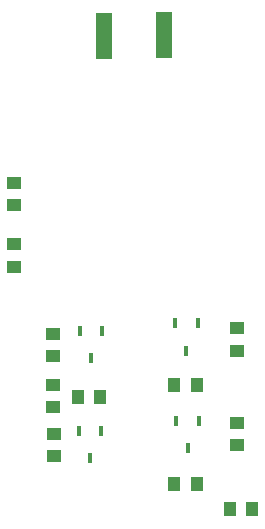
<source format=gbr>
G04 DipTrace 3.0.0.1*
G04 BottomPaste.gbr*
%MOIN*%
G04 #@! TF.FileFunction,Paste,Bot*
G04 #@! TF.Part,Single*
%ADD44R,0.017717X0.033465*%
%ADD50R,0.051181X0.043307*%
%ADD52R,0.043307X0.051181*%
%ADD56R,0.051969X0.151969*%
%FSLAX26Y26*%
G04*
G70*
G90*
G75*
G01*
G04 BotPaste*
%LPD*%
D56*
X856588Y2175596D3*
X1056982Y2177565D3*
D52*
X1351103Y599103D3*
X1276299D3*
D50*
X556168Y1610389D3*
Y1685192D3*
D44*
X1093496Y1216654D3*
X1168299D3*
X1130898Y1126103D3*
X1097701Y891701D3*
X1172504D3*
X1135103Y801150D3*
X775024Y1190575D3*
X849827D3*
X812425Y1100024D3*
X773024Y858575D3*
X847827D3*
X810425Y768024D3*
D50*
X1299213Y1200788D3*
Y1125984D3*
D52*
X1164701Y1010701D3*
X1089898D3*
D50*
X1299213Y885827D3*
Y811024D3*
D52*
X1164504Y680701D3*
X1089701D3*
D50*
X687701Y1182701D3*
Y1107898D3*
D52*
X768299Y972299D3*
X843103D3*
D50*
X687299Y938299D3*
Y1013103D3*
X688701Y848701D3*
Y773898D3*
X557349Y1405118D3*
Y1479921D3*
M02*

</source>
